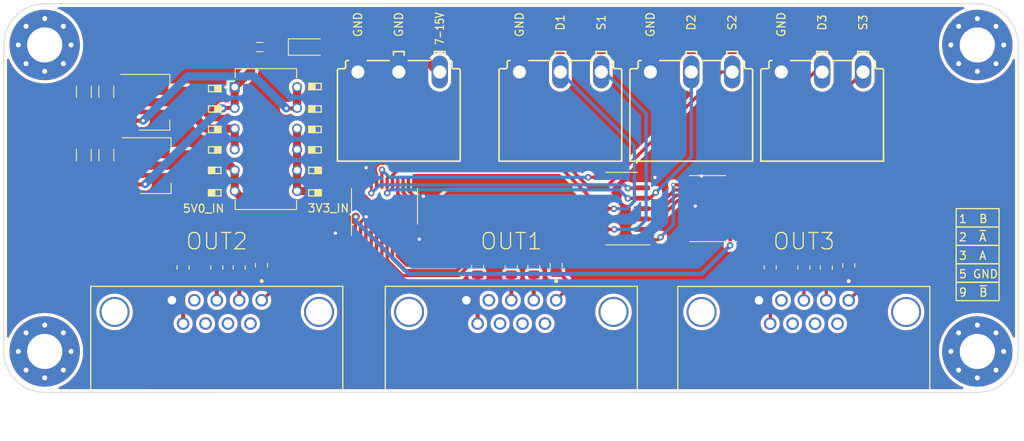
<source format=kicad_pcb>
(kicad_pcb (version 20211014) (generator pcbnew)
  (layers (0 "F.Cu" signal) (31 "B.Cu" signal) (34 "B.Paste" user) (35 "F.Paste" user) (36 "B.SilkS" user "B.Silkscreen") (37 "F.SilkS" user "F.Silkscreen") (38 "B.Mask" user) (39 "F.Mask" user) (44 "Edge.Cuts" user))
  (net 0 "")
  (net 1 "GND")
  (net 2 "VCC_FILTERED")
  (net 3 "+5V")
  (net 4 "+3V3")
  (net 5 "Net-(D1-Pad1)")
  (net 6 "VCC")
  (net 7 "B1")
  (net 8 "~{A1}")
  (net 9 "A1")
  (net 14 "~{B1}")
  (net 15 "B2")
  (net 16 "~{A2}")
  (net 17 "A2")
  (net 22 "~{B2}")
  (net 23 "B3")
  (net 24 "~{A3}")
  (net 25 "A3")
  (net 30 "~{B3}")
  (net 31 "Net-(R2-Pad2)")
  (net 32 "Net-(R3-Pad2)")
  (net 33 "Net-(R4-Pad2)")
  (net 34 "Net-(R5-Pad2)")
  (net 35 "Net-(R6-Pad2)")
  (net 36 "Net-(R7-Pad2)")
  (net 37 "Net-(R8-Pad2)")
  (net 38 "STEP1")
  (net 39 "~{STEP1}")
  (net 40 "DIR1")
  (net 41 "~{DIR1}")
  (net 42 "STEP2")
  (net 43 "~{STEP2}")
  (net 44 "DIR2")
  (net 45 "~{DIR2}")
  (net 46 "DIR3")
  (net 47 "~{DIR3}")
  (net 48 "STEP3")
  (net 49 "~{STEP3}")
  (net 50 "Net-(R1-Pad2)")
  (net 51 "Net-(R9-Pad2)")
  (net 52 "Net-(R10-Pad2)")
  (net 53 "Net-(R11-Pad2)")
  (net 54 "Net-(R12-Pad2)")
  (net 55 "U2_IN")
  (net 56 "SIG_V")
  (footprint "1825057-5:DIP762W56P254L1772H585Q12" (layer "F.Cu") (at 93.5 67)
    (fp_text reference "S1")
    (fp_text value "1825057-5")
  )
  (footprint "MountingHole:MountingHole_4.3mm_M4_Pad_Via" (layer "F.Cu") (at 180.464466 92.964466)
    (fp_text reference "H4")
    (fp_text value "MountingHole")
  )
  (footprint "Resistor_SMD:R_0805_2012Metric" (layer "F.Cu") (at 83.38 82.6925 90)
    (fp_text reference "R1")
    (fp_text value "500")
  )
  (footprint "Diode_SMD:D_SOD-123" (layer "F.Cu") (at 98.5 55.75)
    (fp_text reference "D1")
    (fp_text value "B5819W")
  )
  (footprint "Capacitor_SMD:C_1206_3216Metric" (layer "F.Cu") (at 71.24 68.955 90)
    (fp_text reference "C1")
    (fp_text value "10u")
  )
  (footprint "Resistor_SMD:R_0805_2012Metric" (layer "F.Cu") (at 128.98 82.42 90)
    (fp_text reference "R8")
    (fp_text value "500")
  )
  (footprint "Package_SO:SOIC-14_3.9x8.7mm_P1.27mm" (layer "F.Cu") (at 137 75.5 180)
    (fp_text reference "U4")
    (fp_text value "74HC04D,653")
  )
  (footprint "5747844-4:TE_Connectivity-5747844-4-0" (layer "F.Cu") (at 87.5 88.125995)
    (fp_text reference "J2")
    (fp_text value "5747844-4")
  )
  (footprint "Resistor_SMD:R_0805_2012Metric" (layer "F.Cu") (at 162 82.7075 90)
    (fp_text reference "R11")
    (fp_text value "500")
  )
  (footprint "MountingHole:MountingHole_4.3mm_M4_Pad_Via" (layer "F.Cu") (at 66.46431 92.960057)
    (fp_text reference "H1")
    (fp_text value "MountingHole")
  )
  (footprint "2092-1173:P-2092-1173" (layer "F.Cu") (at 161.5 63 -90)
    (fp_text reference "X3")
    (fp_text value "2092-1173")
  )
  (footprint "Capacitor_SMD:C_1206_3216Metric" (layer "F.Cu") (at 74 68.95 90)
    (fp_text reference "C3")
    (fp_text value "10u")
  )
  (footprint "Package_SO:TSSOP-24_4.4x7.8mm_P0.65mm" (layer "F.Cu") (at 147.5 75.5 180)
    (fp_text reference "U5")
    (fp_text value "SN74LVC8T245PWR")
  )
  (footprint "Resistor_SMD:R_0805_2012Metric" (layer "F.Cu") (at 155.15 82.69 90)
    (fp_text reference "R9")
    (fp_text value "500")
  )
  (footprint "Resistor_SMD:R_0805_2012Metric" (layer "F.Cu") (at 92.96 82.4275 90)
    (fp_text reference "R4")
    (fp_text value "500")
  )
  (footprint "MountingHole:MountingHole_4.3mm_M4_Pad_Via" (layer "F.Cu") (at 180.464466 55.5)
    (fp_text reference "H2")
    (fp_text value "MountingHole")
  )
  (footprint "Package_TO_SOT_SMD:SOT-223-3_TabPin2" (layer "F.Cu") (at 80 70.25)
    (fp_text reference "U1")
    (fp_text value "AMS1117-5.0")
  )
  (footprint "Package_TO_SOT_SMD:SOT-223-3_TabPin2" (layer "F.Cu") (at 79.85 62.5)
    (fp_text reference "U2")
    (fp_text value "AMS1117-3.3")
  )
  (footprint "2092-1173:P-2092-1173" (layer "F.Cu") (at 145.5 63 -90)
    (fp_text reference "X2")
    (fp_text value "2092-1173")
  )
  (footprint "2092-1173:P-2092-1173" (layer "F.Cu") (at 109.75 63 -90)
    (fp_text reference "X4")
    (fp_text value "2092-1173")
  )
  (footprint "Inductor_SMD:L_0805_2012Metric" (layer "F.Cu") (at 92.75 55.75)
    (fp_text reference "FB1")
    (fp_text value "100 @ 100mhz")
  )
  (footprint "Resistor_SMD:R_0805_2012Metric" (layer "F.Cu") (at 159.26 82.7075 90)
    (fp_text reference "R10")
    (fp_text value "500")
  )
  (footprint "Capacitor_SMD:C_1206_3216Metric" (layer "F.Cu") (at 71.25 61.225 90)
    (fp_text reference "C2")
    (fp_text value "10u")
  )
  (footprint "Package_SO:TSSOP-24_4.4x7.8mm_P0.65mm" (layer "F.Cu") (at 108 75.2 90)
    (fp_text reference "U3")
    (fp_text value "SN74LVC8T245PWR")
  )
  (footprint "5747844-4:TE_Connectivity-5747844-4-0" (layer "F.Cu") (at 159.26 88.138)
    (fp_text reference "J3")
    (fp_text value "5747844-4")
  )
  (footprint "Resistor_SMD:R_0805_2012Metric" (layer "F.Cu") (at 126.25 82.6575 90)
    (fp_text reference "R7")
    (fp_text value "500")
  )
  (footprint "Capacitor_SMD:C_1206_3216Metric" (layer "F.Cu") (at 73.99 61.215 90)
    (fp_text reference "C4")
    (fp_text value "10u")
  )
  (footprint "2092-1173:P-2092-1173" (layer "F.Cu") (at 129.5 63 -90)
    (fp_text reference "X1")
    (fp_text value "2092-1173")
  )
  (footprint "MountingHole:MountingHole_4.3mm_M4_Pad_Via" (layer "F.Cu") (at 66.46431 55.495591)
    (fp_text reference "H3")
    (fp_text value "MountingHole")
  )
  (footprint "Resistor_SMD:R_0805_2012Metric" (layer "F.Cu") (at 164.75 82.4375 90)
    (fp_text reference "R12")
    (fp_text value "500")
  )
  (footprint "5747844-4:TE_Connectivity-5747844-4-0" (layer "F.Cu") (at 123.5 88.125995)
    (fp_text reference "J1")
    (fp_text value "5747844-4")
  )
  (footprint "Resistor_SMD:R_0805_2012Metric" (layer "F.Cu") (at 90.24 82.6925 90)
    (fp_text reference "R3")
    (fp_text value "500")
  )
  (footprint "Resistor_SMD:R_0805_2012Metric" (layer "F.Cu") (at 123.5 82.6625 90)
    (fp_text reference "R6")
    (fp_text value "500")
  )
  (footprint "Resistor_SMD:R_0805_2012Metric" (layer "F.Cu") (at 119.38 82.6575 90)
    (fp_text reference "R5")
    (fp_text value "500")
  )
  (footprint "Resistor_SMD:R_0805_2012Metric" (layer "F.Cu") (at 87.5 82.7005 90)
    (fp_text reference "R2")
    (fp_text value "500")
  )
  (gr_rect (start 177.875 84.5) (end 183.125 86.75) (layer "F.SilkS") (width 0.15) (fill none))
  (gr_rect (start 177.875 80) (end 183.125 82.25) (layer "F.SilkS") (width 0.15) (fill none))
  (gr_rect (start 177.875 77.75) (end 183.125 80) (layer "F.SilkS") (width 0.15) (fill none))
  (gr_rect (start 177.875 82.25) (end 183.125 84.5) (layer "F.SilkS") (width 0.15) (fill none))
  (gr_rect (start 177.875 75.5) (end 183.125 77.75) (layer "F.SilkS") (width 0.15) (fill none))
  (gr_arc (start 180.464466 50.464466) (mid 184.078479 52.028501) (end 185.464466 55.714466) (layer "Edge.Cuts") (width 0.1))
  (gr_line (start 180.464466 97.964466) (end 66.46431 97.960057) (layer "Edge.Cuts") (width 0.1))
  (gr_arc (start 66.46431 97.960057) (mid 62.928776 96.495591) (end 61.46431 92.960057) (layer "Edge.Cuts") (width 0.1))
  (gr_line (start 185.464466 55.714466) (end 185.464466 92.964466) (layer "Edge.Cuts") (width 0.1))
  (gr_arc (start 185.464466 92.964466) (mid 184 96.5) (end 180.464466 97.964466) (layer "Edge.Cuts") (width 0.1))
  (gr_line (start 66.46431 50.460057) (end 180.464466 50.464466) (layer "Edge.Cuts") (width 0.1))
  (gr_arc (start 61.46431 55.710057) (mid 62.850295 52.02409) (end 66.46431 50.460057) (layer "Edge.Cuts") (width 0.1))
  (gr_line (start 61.46431 92.960057) (end 61.46431 55.710057) (layer "Edge.Cuts") (width 0.1))
  (gr_text "3  A" (at 178.125 81.25) (layer "F.SilkS") (effects (font (size 1 1)) (justify left)))
  (gr_text "S3" (at 166.5 52.75 90) (layer "F.SilkS") (effects (font (size 1 1))))
  (gr_text "◧\n" (at 87.25 70.75) (layer "F.SilkS") (effects (font (size 1 2))))
  (gr_text "GND\n" (at 104.75 53 90) (layer "F.SilkS") (effects (font (size 1 1))))
  (gr_text "GND\n" (at 140.5 53 90) (layer "F.SilkS") (effects (font (size 1 1))))
  (gr_text "◨" (at 99.5 73.5) (layer "F.SilkS") (effects (font (size 1 2))))
  (gr_text "2  ~{A}\n" (at 178.125 79) (layer "F.SilkS") (effects (font (size 1 1)) (justify left)))
  (gr_text "◧" (at 99.5 68.25) (layer "F.SilkS") (effects (font (size 1 2))))
  (gr_text "S1" (at 134.5 52.75 90) (layer "F.SilkS") (effects (font (size 1 1))))
  (gr_text "◨" (at 87.25 63.25) (layer "F.SilkS") (effects (font (size 1 2))))
  (gr_text "S2" (at 150.5 52.75 90) (layer "F.SilkS") (effects (font (size 1 1))))
  (gr_text "D1" (at 129.5 52.75 90) (layer "F.SilkS") (effects (font (size 1 1))))
  (gr_text "GND\n" (at 124.5 53 90) (layer "F.SilkS") (effects (font (size 1 1))))
  (gr_text "7-15V" (at 114.75 53.5 90) (layer "F.SilkS") (effects (font (size 1 0.8))))
  (gr_text "GND\n" (at 156.5 53 90) (layer "F.SilkS") (effects (font (size 1 1))))
  (gr_text "OUT3" (at 159.275 79.5) (layer "F.SilkS") (effects (font (size 2 2))))
  (gr_text "3V3_IN\n" (at 101.14 75.45) (layer "F.SilkS") (effects (font (size 1 1))))
  (gr_text "◨" (at 99.5 70.75) (layer "F.SilkS") (effects (font (size 1 2))))
  (gr_text "D2" (at 145.5 52.75 90) (layer "F.SilkS") (effects (font (size 1 1))))
  (gr_text "5V0_IN\n" (at 85.88 75.49) (layer "F.SilkS") (effects (font (size 1 1))))
  (gr_text "D3" (at 161.5 52.75 90) (layer "F.SilkS") (effects (font (size 1 1))))
  (gr_text "◧" (at 87.25 73.5) (layer "F.SilkS") (effects (font (size 1 2))))
  (gr_text "9  ~{B}\n" (at 178.125 85.75) (layer "F.SilkS") (effects (font (size 1 1)) (justify left)))
  (gr_text "◨" (at 87.25 68.25) (layer "F.SilkS") (effects (font (size 1 2))))
  (gr_text "◧\n" (at 99.5 65.75) (layer "F.SilkS") (effects (font (size 1 2))))
  (gr_text "◧\n" (at 99.5 63.25) (layer "F.SilkS") (effects (font (size 1 2))))
  (gr_text "5 GND\n" (at 178.125 83.5) (layer "F.SilkS") (effects (font (size 1 1)) (justify left)))
  (gr_text "OUT2" (at 87.5 79.5) (layer "F.SilkS") (effects (font (size 2 2))))
  (gr_text "◨" (at 87.25 65.75) (layer "F.SilkS") (effects (font (size 1 2))))
  (gr_text "1  B" (at 178.125 76.75) (layer "F.SilkS") (effects (font (size 1 1)) (justify left)))
  (gr_text "OUT1" (at 123.5 79.5) (layer "F.SilkS") (effects (font (size 2 2))))
  (gr_text "GND\n" (at 109.75 53 90) (layer "F.SilkS") (effects (font (size 1 1))))
  (gr_text "◧\n" (at 99.5 60.5) (layer "F.SilkS") (effects (font (size 1 2))))
  (gr_text "◨" (at 87.25 60.75) (layer "F.SilkS") (effects (font (size 1 2))))
  (segment (start 73.995 67.48) (end 74 67.475) (width 1) (layer "F.Cu") (net 1))
  (segment (start 69.140489 73.388957) (end 74.251532 78.5) (width 1) (layer "F.Cu") (net 1))
  (segment (start 74 67.475) (end 76.375 67.475) (width 1) (layer "F.Cu") (net 1))
  (segment (start 110.925 78.0625) (end 111.575 78.0625) (width 0.25) (layer "F.Cu") (net 1))
  (segment (start 127.19952 56.10048) (end 137.80048 56.10048) (width 1) (layer "F.Cu") (net 1))
  (segment (start 143.19952 56.10048) (end 153.80048 56.10048) (width 1) (layer "F.Cu") (net 1))
  (segment (start 71.24 67.48) (end 73.995 67.48) (width 1) (layer "F.Cu") (net 1))
  (segment (start 104.75 58.8) (end 109.75 58.8) (width 1) (layer "F.Cu") (net 1))
  (segment (start 73.98 59.75) (end 73.99 59.74) (width 1) (layer "F.Cu") (net 1))
  (segment (start 71.24 67.48) (end 69.140489 69.579511) (width 1) (layer "F.Cu") (net 1))
  (segment (start 141.06 71.69) (end 144.4025 71.69) (width 0.4) (layer "F.Cu") (net 1))
  (segment (start 146.325 71.925) (end 146.75 71.5) (width 0.4) (layer "F.Cu") (net 1))
  (segment (start 144.4025 71.69) (end 144.6375 71.925) (width 0.4) (layer "F.Cu") (net 1))
  (segment (start 149.22548 75.481907) (end 149.22548 72.84452) (width 0.4) (layer "F.Cu") (net 1))
  (segment (start 105.075 77.175) (end 105.75 76.5) (width 0.4) (layer "F.Cu") (net 1))
  (segment (start 124.5 58.8) (end 127.19952 56.10048) (width 1) (layer "F.Cu") (net 1))
  (segment (start 144.6375 71.925) (end 146.325 71.925) (width 0.4) (layer "F.Cu") (net 1))
  (segment (start 144.6375 75.175) (end 144.6375 77.775) (width 0.4) (layer "F.Cu") (net 1))
  (segment (start 74.251532 78.5) (end 102 78.5) (width 1) (layer "F.Cu") (net 1))
  (segment (start 140.5 58.8) (end 143.19952 56.10048) (width 1) (layer "F.Cu") (net 1))
  (segment (start 71.25 59.75) (end 73.98 59.75) (width 1) (layer "F.Cu") (net 1))
  (segment (start 105.725 70.525) (end 105.75 70.5) (width 0.4) (layer "F.Cu") (net 1))
  (segment (start 150.3625 75.825) (end 150.3625 78.425) (width 0.4) (layer "F.Cu") (net 1))
  (segment (start 149.22548 72.84452) (end 149.495 72.575) (width 0.4) (layer "F.Cu") (net 1))
  (segment (start 69.65048 65.89048) (end 69.65048 61.34952) (width 1) (layer "F.Cu") (net 1))
  (segment (start 153.80048 56.10048) (end 156.5 58.8) (width 1) (layer "F.Cu") (net 1))
  (segment (start 105.725 72.3375) (end 105.725 70.525) (width 0.4) (layer "F.Cu") (net 1))
  (segment (start 105.075 78.0625) (end 105.075 77.175) (width 0.4) (layer "F.Cu") (net 1))
  (segment (start 71.24 67.48) (end 69.65048 65.89048) (width 1) (layer "F.Cu") (net 1))
  (segment (start 69.140489 69.579511) (end 69.140489 73.388957) (width 1) (layer "F.Cu") (net 1))
  (segment (start 150.3625 72.575) (end 150.3625 71.925) (width 0.4) (layer "F.Cu") (net 1))
  (segment (start 149.495 72.575) (end 150.3625 72.575) (width 0.4) (layer "F.Cu") (net 1))
  (segment (start 150.3625 75.825) (end 149.568573 75.825) (width 0.4) (layer "F.Cu") (net 1))
  (segment (start 149.568573 75.825) (end 149.22548 75.481907) (width 0.4) (layer "F.Cu") (net 1))
  (segment (start 73.99 59.74) (end 76.24 59.74) (width 1) (layer "F.Cu") (net 1))
  (segment (start 137.80048 56.10048) (end 140.5 58.8) (width 1) (layer "F.Cu") (net 1))
  (segment (start 69.65048 61.34952) (end 71.25 59.75) (width 1) (layer "F.Cu") (net 1))
  (segment (start 76.24 59.74) (end 76.7 60.2) (width 1) (layer "F.Cu") (net 1))
  (segment (start 141.06 71.69) (end 139.475 71.69) (width 0.4) (layer "F.Cu") (net 1))
  (segment (start 76.375 67.475) (end 76.85 67.95) (width 1) (layer "F.Cu") (net 1))
  (via (at 146.75 71.5) (size 0.8) (drill 0.4) (layers "F.Cu" "B.Cu") (net 1))
  (via (at 105.75 76.5) (size 0.8) (drill 0.4) (layers "F.Cu" "B.Cu") (net 1))
  (via (at 102 78.5) (size 0.8) (drill 0.4) (layers "F.Cu" "B.Cu") (net 1))
  (via (at 112.75 74) (size 0.8) (drill 0.4) (layers "F.Cu" "B.Cu") (net 1))
  (via (at 105.75 70.5) (size 0.8) (drill 0.4) (layers "F.Cu" "B.Cu") (net 1))
  (via (at 141.06 71.69) (size 0.8) (drill 0.4) (layers "F.Cu" "B.Cu") (net 1))
  (via (at 112.25 79.25) (size 0.8) (drill 0.4) (layers "F.Cu" "B.Cu") (net 1))
  (via (at 145.99 75.19) (size 0.8) (drill 0.4) (layers "F.Cu" "B.Cu") (net 1))
  (segment (start 105.75 76.5) (end 105.75 77.28) (width 0.5) (layer "B.Cu") (net 1))
  (segment (start 104.050489 72.639511) (end 104.050489 75.48123) (width 0.5) (layer "B.Cu") (net 1))
  (segment (start 112.25 79.25) (end 112.75 78.75) (width 0.5) (layer "B.Cu") (net 1))
  (segment (start 146.75 74.43) (end 146.75 71.5) (width 0.4) (layer "B.Cu") (net 1))
  (segment (start 104.050489 72.639511) (end 104.050489 72.199511) (width 0.4) (layer "B.Cu") (net 1))
  (segment (start 111.75 79.75) (end 112.25 79.25) (width 0.5) (layer "B.Cu") (net 1))
  (segment (start 104.75 58.8) (end 102 61.55) (width 1) (layer "B.Cu") (net 1))
  (segment (start 145.99 75.19) (end 146.75 74.43) (width 0.4) (layer "B.Cu") (net 1))
  (segment (start 108.22 79.75) (end 111.75 79.75) (width 0.5) (layer "B.Cu") (net 1))
  (segment (start 105.75 76.5) (end 104.73123 75.48123) (width 0.5) (layer "B.Cu") (net 1))
  (segment (start 102 77.531719) (end 104.050489 75.48123) (width 0.5) (layer "B.Cu") (net 1))
  (segment (start 112.75 78.75) (end 112.75 74) (width 0.5) (layer "B.Cu") (net 1))
  (segment (start 141.06 71.69) (end 141.06 59.36) (width 0.4) (layer "B.Cu") (net 1))
  (segment (start 141.06 59.36) (end 140.5 58.8) (width 0.4) (layer "B.Cu") (net 1))
  (segment (start 104.73123 75.48123) (end 104.050489 75.48123) (width 0.5) (layer "B.Cu") (net 1))
  (segment (start 104.050489 72.199511) (end 105.75 70.5) (width 0.4) (layer "B.Cu") (net 1))
  (segment (start 102 61.55) (end 102 78.5) (width 1) (layer "B.Cu") (net 1))
  (segment (start 105.75 77.28) (end 108.22 79.75) (width 0.5) (layer "B.Cu") (net 1))
  (segment (start 102 78.5) (end 102 77.531719) (width 0.5) (layer "B.Cu") (net 1))
  (segment (start 73.36 72.55) (end 76.85 72.55) (width 1) (layer "F.Cu") (net 2))
  (segment (start 89.69 63.19) (end 88.31 63.19) (width 0.5) (layer "F.Cu") (net 2))
  (segment (start 88.31 63.19) (end 88.25 63.25) (width 0.5) (layer "F.Cu") (net 2))
  (segment (start 78.7 72.55) (end 78.75 72.5) (width 0.5) (layer "F.Cu") (net 2))
  (segment (start 89.69 63.19) (end 89.69 60.65) (width 1) (layer "F.Cu") (net 2))
  (segment (start 91.6875 58.6525) (end 89.69 60.65) (width 1) (layer "F.Cu") (net 2))
  (segment (start 91.6875 55.75) (end 91.6875 58.6525) (width 1) (layer "F.Cu") (net 2))
  (segment (start 76.85 72.55) (end 78.7 72.55) (width 0.5) (layer "F.Cu") (net 2))
  (segment (start 71.24 70.43) (end 73.36 72.55) (width 1) (layer "F.Cu") (net 2))
  (via (at 78.75 72.5) (size 0.8) (drill 0.4) (layers "F.Cu" "B.Cu") (net 2))
  (via (at 88.25 63.25) (size 0.8) (drill 0.4) (layers "F.Cu" "B.Cu") (net 2))
  (segment (start 88 63.25) (end 88.25 63.25) (width 1) (layer "B.Cu") (net 2))
  (segment (start 78.75 72.5) (end 88 63.25) (width 1) (layer "B.Cu") (net 2))
  (segment (start 89.69 73.35) (end 89.69 70.81) (width 1) (layer "F.Cu") (net 3))
  (segment (start 104.425 76.575) (end 104.5 76.5) (width 0.4) (layer "F.Cu") (net 3))
  (segment (start 76.675 70.425) (end 76.85 70.25) (width 1) (layer "F.Cu") (net 3))
  (segment (start 89.69 73.35) (end 93.18 76.84) (width 1) (layer "F.Cu") (net 3))
  (segment (start 150.25 80) (end 150.25 79.1875) (width 0.4) (layer "F.Cu") (net 3))
  (segment (start 89.13 70.25) (end 83.15 70.25) (width 1) (layer "F.Cu") (net 3))
  (segment (start 104.137886 76.84) (end 104.488943 76.488943) (width 1) (layer "F.Cu") (net 3))
  (segment (start 150.25 79.1875) (end 150.3625 79.075) (width 0.4) (layer "F.Cu") (net 3))
  (segment (start 74 70.425) (end 76.675 70.425) (width 1) (layer "F.Cu") (net 3))
  (segment (start 76.85 70.25) (end 83.15 70.25) (width 1) (layer "F.Cu") (net 3))
  (segment (start 93.18 76.84) (end 104.137886 76.84) (width 1) (layer "F.Cu") (net 3))
  (segment (start 89.13 70.25) (end 89.69 70.81) (width 1) (layer "F.Cu") (net 3))
  (segment (start 104.425 78.0625) (end 104.425 76.575) (width 0.4) (layer "F.Cu") (net 3))
  (via (at 104.5 76.5) (size 0.8) (drill 0.4) (layers "F.Cu" "B.Cu") (net 3))
  (via (at 150.25 80) (size 0.8) (drill 0.4) (layers "F.Cu" "B.Cu") (net 3))
  (segment (start 110.960241 83.479511) (end 146.770489 83.479511) (width 0.5) (layer "B.Cu") (net 3))
  (segment (start 104.5 77.01927) (end 104.5 76.5) (width 0.5) (layer "B.Cu") (net 3))
  (segment (start 110.960241 83.479511) (end 104.5 77.01927) (width 0.5) (layer "B.Cu") (net 3))
  (segment (start 150.25 80) (end 146.770489 83.479511) (width 0.5) (layer "B.Cu") (net 3))
  (segment (start 73.99 62.69) (end 76.51 62.69) (width 1) (layer "F.Cu") (net 4))
  (segment (start 76.51 62.69) (end 76.7 62.5) (width 1) (layer "F.Cu") (net 4))
  (segment (start 86.23 65.73) (end 83 62.5) (width 1) (layer "F.Cu") (net 4))
  (segment (start 76.7 62.5) (end 83 62.5) (width 1) (layer "F.Cu") (net 4))
  (segment (start 89.69 65.73) (end 86.23 65.73) (width 1) (layer "F.Cu") (net 4))
  (segment (start 89.69 68.27) (end 89.69 65.73) (width 1) (layer "F.Cu") (net 4))
  (segment (start 96.85 55.75) (end 93.8125 55.75) (width 1) (layer "F.Cu") (net 5))
  (segment (start 114.5 58.8) (end 111.45 55.75) (width 1) (layer "F.Cu") (net 6))
  (segment (start 114.75 58.8) (end 114.5 58.8) (width 1) (layer "F.Cu") (net 6))
  (segment (start 111.45 55.75) (end 100.15 55.75) (width 1) (layer "F.Cu") (net 6))
  (segment (start 130.25 85.392) (end 128.9964 86.6456) (width 0.4) (layer "F.Cu") (net 7))
  (segment (start 130.25 84.25) (end 130.25 85.392) (width 0.4) (layer "F.Cu") (net 7))
  (segment (start 129.28 83.28) (end 130.25 84.25) (width 0.4) (layer "F.Cu") (net 7))
  (segment (start 126.2432 86.703595) (end 126.2432 83.5768) (width 0.5) (layer "F.Cu") (net 8))
  (segment (start 123.5 86.703595) (end 123.5 83.575) (width 0.5) (layer "F.Cu") (net 9))
  (segment (start 119.3852 83.5752) (end 119.3852 89.548395) (width 0.5) (layer "F.Cu") (net 14))
  (segment (start 94.25 84.358) (end 94.25 85.5) (width 0.4) (layer "F.Cu") (net 15))
  (segment (start 94.25 85.5) (end 92.9964 86.7536) (width 0.4) (layer "F.Cu") (net 15))
  (segment (start 93.232 83.34) (end 94.25 84.358) (width 0.4) (layer "F.Cu") (net 15))
  (segment (start 90.2432 86.703595) (end 90.2432 83.6082) (width 0.5) (layer "F.Cu") (net 16))
  (segment (start 90.2432 83.6082) (end 90.24 83.605) (width 0.5) (layer "F.Cu") (net 16))
  (segment (start 87.5 86.703595) (end 87.5 83.613) (width 0.5) (layer "F.Cu") (net 17))
  (segment (start 83.3852 89.548395) (end 83.3852 83.6102) (width 0.5) (layer "F.Cu") (net 22))
  (segment (start 166 84.32) (end 166 85.462) (width 0.4) (layer "F.Cu") (net 23))
  (segment (start 166 85.462) (end 164.7464 86.7156) (width 0.4) (layer "F.Cu") (net 23))
  (segment (start 165.03 83.35) (end 166 84.32) (width 0.4) (layer "F.Cu") (net 23))
  (segment (start 162.0032 86.7156) (end 162.0032 83.8332) (width 0.4) (layer "F.Cu") (net 24))
  (segment (start 159.26 86.7156) (end 159.26 83.62) (width 0.4) (layer "F.Cu") (net 25))
  (segment (start 155.18 89.43) (end 155.18 83.6325) (width 0.4) (layer "F.Cu") (net 30))
  (segment (start 155.1452 89.4648) (end 155.18 89.43) (width 0.4) (layer "F.Cu") (net 30))
  (segment (start 155.1452 89.5604) (end 155.1452 89.4648) (width 0.4) (layer "F.Cu") (net 30))
  (segment (start 105.35119 82.30096) (end 95.44166 82.30096) (width 0.4) (layer "F.Cu") (net 31))
  (segment (start 89.79952 80.00048) (end 88.012 81.788) (width 0.4) (layer "F.Cu") (net 31))
  (segment (start 94.77035 81.62965) (end 94.77035 80.522501) (width 0.4) (layer "F.Cu") (net 31))
  (segment (start 106.375 78.0625) (end 106.375 81.27715) (width 0.4) (layer "F.Cu") (net 31))
  (segment (start 94.248329 80.00048) (end 89.79952 80.00048) (width 0.4) (layer "F.Cu") (net 31))
  (segment (start 106.375 81.27715) (end 105.35119 82.30096) (width 0.4) (layer "F.Cu") (net 31))
  (segment (start 88.012 81.788) (end 87.5 81.788) (width 0.4) (layer "F.Cu") (net 31))
  (segment (start 94.77035 80.522501) (end 94.248329 80.00048) (width 0.4) (layer "F.Cu") (net 31))
  (segment (start 95.44166 82.30096) (end 94.77035 81.62965) (width 0.4) (layer "F.Cu") (net 31))
  (segment (start 94.146425 80.746425) (end 94 80.6) (width 0.4) (layer "F.Cu") (net 32))
  (segment (start 107.025 78.0625) (end 107.025 81.475) (width 0.4) (layer "F.Cu") (net 32))
  (segment (start 105.59952 82.90048) (end 95.19333 82.90048) (width 0.4) (layer "F.Cu") (net 32))
  (segment (start 94.146425 81.853575) (end 94.146425 80.746425) (width 0.4) (layer "F.Cu") (net 32))
  (segment (start 91.42 80.6) (end 90.24 81.78) (width 0.4) (layer "F.Cu") (net 32))
  (segment (start 94 80.6) (end 91.42 80.6) (width 0.4) (layer "F.Cu") (net 32))
  (segment (start 95.19333 82.90048) (end 94.146425 81.853575) (width 0.4) (layer "F.Cu") (net 32))
  (segment (start 107.025 81.475) (end 105.59952 82.90048) (width 0.4) (layer "F.Cu") (net 32))
  (segment (start 107.675 81.825) (end 106 83.5) (width 0.4) (layer "F.Cu") (net 33))
  (segment (start 94.945 83.5) (end 92.96 81.515) (width 0.4) (layer "F.Cu") (net 33))
  (segment (start 106 83.5) (end 94.945 83.5) (width 0.4) (layer "F.Cu") (net 33))
  (segment (start 107.675 78.0625) (end 107.675 81.825) (width 0.4) (layer "F.Cu") (net 33))
  (segment (start 108.325 81.805) (end 108.325 78.0625) (width 0.4) (layer "F.Cu") (net 34))
  (segment (start 110.2 83.68) (end 108.325 81.805) (width 0.4) (layer "F.Cu") (net 34))
  (segment (start 117.1 83.68) (end 110.2 83.68) (width 0.4) (layer "F.Cu") (net 34))
  (segment (start 119.035 81.745) (end 117.1 83.68) (width 0.4) (layer "F.Cu") (net 34))
  (segment (start 110.44833 83.08048) (end 116.85167 83.08048) (width 0.4) (layer "F.Cu") (net 35))
  (segment (start 108.975 78.0625) (end 108.975 81.565) (width 0.4) (layer "F.Cu") (net 35))
  (segment (start 116.85167 83.08048) (end 118.22 81.71215) (width 0.4) (layer "F.Cu") (net 35))
  (segment (start 122.39 80.64) (end 123.5 81.75) (width 0.4) (layer "F.Cu") (net 35))
  (segment (start 118.22 81.71215) (end 118.22 80.64) (width 0.4) (layer "F.Cu") (net 35))
  (segment (start 108.975 81.565) (end 108.953925 81.586075) (width 0.4) (layer "F.Cu") (net 35))
  (segment (start 108.953925 81.586075) (end 110.44833 83.08048) (width 0.4) (layer "F.Cu") (net 35))
  (segment (start 118.22 80.64) (end 122.39 80.64) (width 0.4) (layer "F.Cu") (net 35))
  (segment (start 109.57452 81.29) (end 110.70452 82.42) (width 0.4) (layer "F.Cu") (net 36))
  (segment (start 110.70452 82.42) (end 116.6643 82.42) (width 0.4) (layer "F.Cu") (net 36))
  (segment (start 117.61715 81.46715) (end 117.61715 80.395001) (width 0.4) (layer "F.Cu") (net 36))
  (segment (start 109.625 78.0625) (end 109.57452 78.11298) (width 0.4) (layer "F.Cu") (net 36))
  (segment (start 109.57452 78.11298) (end 109.57452 81.29) (width 0.4) (layer "F.Cu") (net 36))
  (segment (start 124.38048 80.04048) (end 126.085 81.745) (width 0.4) (layer "F.Cu") (net 36))
  (segment (start 117.971671 80.04048) (end 124.38048 80.04048) (width 0.4) (layer "F.Cu") (net 36))
  (segment (start 116.6643 82.42) (end 117.61715 81.46715) (width 0.4) (layer "F.Cu") (net 36))
  (segment (start 117.61715 80.395001) (end 117.971671 80.04048) (width 0.4) (layer "F.Cu") (net 36))
  (segment (start 110.275 81.065) (end 111.03048 81.82048) (width 0.4) (layer "F.Cu") (net 37))
  (segment (start 117.013225 80.043225) (end 117.61549 79.44096) (width 0.4) (layer "F.Cu") (net 37))
  (segment (start 126.91346 79.44096) (end 128.98 81.5075) (width 0.4) (layer "F.Cu") (net 37))
  (segment (start 117.61549 79.44096) (end 126.91346 79.44096) (width 0.4) (layer "F.Cu") (net 37))
  (segment (start 110.275 78.0625) (end 110.275 81.065) (width 0.4) (layer "F.Cu") (net 37))
  (segment (start 111.03048 81.82048) (end 116.41597 81.82048) (width 0.4) (layer "F.Cu") (net 37))
  (segment (start 117.013225 81.223225) (end 117.013225 80.043225) (width 0.4) (layer "F.Cu") (net 37))
  (segment (start 116.41597 81.82048) (end 117.013225 81.223225) (width 0.4) (layer "F.Cu") (net 37))
  (segment (start 115.231449 75.998551) (end 116.41048 74.81952) (width 0.4) (layer "F.Cu") (net 38))
  (segment (start 109.625 72.3375) (end 109.625 73.701379) (width 0.4) (layer "F.Cu") (net 38))
  (segment (start 116.41048 74.81952) (end 130.09952 74.81952) (width 0.4) (layer "F.Cu") (net 38))
  (segment (start 130.09952 74.81952) (end 133.32 78.04) (width 0.4) (layer "F.Cu") (net 38))
  (segment (start 134.525 78.04) (end 136.07 78.04) (width 0.4) (layer "F.Cu") (net 38))
  (segment (start 133.32 78.04) (end 134.525 78.04) (width 0.4) (layer "F.Cu") (net 38))
  (segment (start 111.922173 75.998551) (end 115.231449 75.998551) (width 0.4) (layer "F.Cu") (net 38))
  (segment (start 109.625 73.701379) (end 111.922173 75.998551) (width 0.4) (layer "F.Cu") (net 38))
  (via (at 136.07 78.04) (size 0.8) (drill 0.4) (layers "F.Cu" "B.Cu") (net 38))
  (segment (start 139.97548 63.86) (end 134.91548 58.8) (width 0.4) (layer "B.Cu") (net 38))
  (segment (start 134.91548 58.8) (end 134.5 58.8) (width 0.4) (layer "B.Cu") (net 38))
  (segment (start 139.97548 76.85452) (end 139.97548 63.86) (width 0.4) (layer "B.Cu") (net 38))
  (segment (start 136.07 78.04) (end 138.79 78.04) (width 0.4) (layer "B.Cu") (net 38))
  (segment (start 138.79 78.04) (end 139.97548 76.85452) (width 0.4) (layer "B.Cu") (net 38))
  (segment (start 114.960969 75.399031) (end 116.14 74.22) (width 0.4) (layer "F.Cu") (net 39))
  (segment (start 110.275 73.50353) (end 112.170502 75.399031) (width 0.4) (layer "F.Cu") (net 39))
  (segment (start 132.99 76.77) (end 134.525 76.77) (width 0.4) (layer "F.Cu") (net 39))
  (segment (start 116.14 74.22) (end 130.44 74.22) (width 0.4) (layer "F.Cu") (net 39))
  (segment (start 112.170502 75.399031) (end 114.960969 75.399031) (width 0.4) (layer "F.Cu") (net 39))
  (segment (start 130.44 74.22) (end 132.99 76.77) (width 0.4) (layer "F.Cu") (net 39))
  (segment (start 110.275 72.3375) (end 110.275 73.50353) (width 0.4) (layer "F.Cu") (net 39))
  (segment (start 114.520489 74.799511) (end 115.72 73.6) (width 0.4) (layer "F.Cu") (net 40))
  (segment (start 134.525 75.5) (end 136.03 75.5) (width 0.4) (layer "F.Cu") (net 40))
  (segment (start 112.418831 74.799511) (end 114.520489 74.799511) (width 0.4) (layer "F.Cu") (net 40))
  (segment (start 110.925 72.3375) (end 110.925 73.30568) (width 0.4) (layer "F.Cu") (net 40))
  (segment (start 110.925 73.30568) (end 112.418831 74.799511) (width 0.4) (layer "F.Cu") (net 40))
  (segment (start 115.72 73.6) (end 130.98 73.6) (width 0.4) (layer "F.Cu") (net 40))
  (segment (start 136.03 75.5) (end 136.05 75.52) (width 0.4) (layer "F.Cu") (net 40))
  (segment (start 130.98 73.6) (end 132.88 75.5) (width 0.4) (layer "F.Cu") (net 40))
  (segment (start 132.88 75.5) (end 134.525 75.5) (width 0.4) (layer "F.Cu") (net 40))
  (via (at 136.05 75.52) (size 0.8) (drill 0.4) (layers "F.Cu" "B.Cu") (net 40))
  (segment (start 136.05 75.52) (end 137.61068 75.52) (width 0.4) (layer "B.Cu") (net 40))
  (segment (start 138.549511 67.849511) (end 129.5 58.8) (width 0.4) (layer "B.Cu") (net 40))
  (segment (start 137.61068 75.52) (end 138.549511 74.581169) (width 0.4) (layer "B.Cu") (net 40))
  (segment (start 138.549511 74.581169) (end 138.549511 67.849511) (width 0.4) (layer "B.Cu") (net 40))
  (segment (start 133.26 74.23) (end 129.7 70.67) (width 0.4) (layer "F.Cu") (net 41))
  (segment (start 129.7 70.67) (end 109.747613 70.67) (width 0.4) (layer "F.Cu") (net 41))
  (segment (start 109.747613 70.67) (end 108.975 71.442613) (width 0.4) (layer "F.Cu") (net 41))
  (segment (start 134.525 74.23) (end 133.26 74.23) (width 0.4) (layer "F.Cu") (net 41))
  (segment (start 108.975 71.442613) (end 108.975 72.3375) (width 0.4) (layer "F.Cu") (net 41))
  (segment (start 133.05932 72.96) (end 134.525 72.96) (width 0.4) (layer "F.Cu") (net 42))
  (segment (start 134.525 72.96) (end 135.007138 72.96) (width 0.4) (layer "F.Cu") (net 42))
  (segment (start 135.007138 72.96) (end 149.167138 58.8) (width 0.4) (layer "F.Cu") (net 42))
  (segment (start 130.04932 69.95) (end 133.05932 72.96) (width 0.4) (layer "F.Cu") (net 42))
  (segment (start 149.167138 58.8) (end 150.5 58.8) (width 0.4) (layer "F.Cu") (net 42))
  (segment (start 107.025 71.22568) (end 106.880489 71.081169) (width 0.4) (layer "F.Cu") (net 42))
  (segment (start 106.880489 71.081169) (end 106.880489 70.418831) (width 0.4) (layer "F.Cu") (net 42))
  (segment (start 107.025 72.3375) (end 107.025 71.22568) (width 0.4) (layer "F.Cu") (net 42))
  (segment (start 106.880489 70.418831) (end 107.34932 69.95) (width 0.4) (layer "F.Cu") (net 42))
  (segment (start 107.34932 69.95) (end 130.04932 69.95) (width 0.4) (layer "F.Cu") (net 42))
  (segment (start 132.9 71.67) (end 134.505 71.67) (width 0.4) (layer "F.Cu") (net 43))
  (segment (start 107.675 70.755) (end 107.68 70.75) (width 0.4) (layer "F.Cu") (net 43))
  (segment (start 134.505 71.67) (end 134.525 71.69) (width 0.4) (layer "F.Cu") (net 43))
  (segment (start 107.675 72.3375) (end 107.675 70.755) (width 0.4) (layer "F.Cu") (net 43))
  (via (at 132.9 71.67) (size 0.8) (drill 0.4) (layers "F.Cu" "B.Cu") (net 43))
  (via (at 107.68 70.75) (size 0.8) (drill 0.4) (layers "F.Cu" "B.Cu") (net 43))
  (segment (start 108.6 71.67) (end 132.9 71.67) (width 0.4) (layer "B.Cu") (net 43))
  (segment (start 107.68 70.75) (end 108.6 71.67) (width 0.4) (layer "B.Cu") (net 43))
  (segment (start 108.325 72.3375) (end 108.325 73.595) (width 0.25) (layer "F.Cu") (net 44))
  (segment (start 139.475 74.23) (end 140.46 74.23) (width 0.4) (layer "F.Cu") (net 44))
  (segment (start 108.325 73.595) (end 108.33 73.6) (width 0.25) (layer "F.Cu") (net 44))
  (segment (start 137.75 74.25) (end 139.455 74.25) (width 0.4) (layer "F.Cu") (net 44))
  (segment (start 140.46 74.23) (end 141.15 73.54) (width 0.4) (layer "F.Cu") (net 44))
  (via (at 137.75 74.25) (size 0.8) (drill 0.4) (layers "F.Cu" "B.Cu") (net 44))
  (via (at 108.33 73.6) (size 0.8) (drill 0.4) (layers "F.Cu" "B.Cu") (net 44))
  (via (at 141.15 73.54) (size 0.8) (drill 0.4) (layers "F.Cu" "B.Cu") (net 44))
  (segment (start 108.729511 73.200489) (end 108.33 73.6) (width 0.4) (layer "B.Cu") (net 44))
  (segment (start 145.5 69.19) (end 145.5 58.8) (width 0.4) (layer "B.Cu") (net 44))
  (segment (start 141.15 73.54) (end 145.5 69.19) (width 0.4) (layer "B.Cu") (net 44))
  (segment (start 137.75 74.25) (end 136.700489 73.200489) (width 0.4) (layer "B.Cu") (net 44))
  (segment (start 136.700489 73.200489) (end 108.729511 73.200489) (width 0.4) (layer "B.Cu") (net 44))
  (segment (start 106.375 73.595) (end 106.39 73.61) (width 0.25) (layer "F.Cu") (net 45))
  (segment (start 137.75 73) (end 139.435 73) (width 0.4) (layer "F.Cu") (net 45))
  (segment (start 106.375 72.3375) (end 106.375 73.595) (width 0.25) (layer "F.Cu") (net 45))
  (via (at 137.75 73) (size 0.8) (drill 0.4) (layers "F.Cu" "B.Cu") (net 45))
  (via (at 106.39 73.61) (size 0.8) (drill 0.4) (layers "F.Cu" "B.Cu") (net 45))
  (segment (start 107.41 72.59) (end 137.34 72.59) (width 0.4) (layer "B.Cu") (net 45))
  (segment (start 137.34 72.59) (end 137.75 73) (width 0.4) (layer "B.Cu") (net 45))
  (segment (start 106.39 73.61) (end 107.41 72.59) (width 0.4) (layer "B.Cu") (net 45))
  (segment (start 141.44 79.31) (end 141.75 79) (width 0.4) (layer "F.Cu") (net 46))
  (segment (start 160.58068 58.8) (end 146.80568 72.575) (width 0.4) (layer "F.Cu") (net 46))
  (segment (start 161.5 58.8) (end 160.58068 58.8) (width 0.4) (layer "F.Cu") (net 46))
  (segment (start 143.3 72.59) (end 144.6225 72.59) (width 0.4) (layer "F.Cu") (net 46))
  (segment (start 139.475 79.31) (end 141.44 79.31) (width 0.4) (layer "F.Cu") (net 46))
  (segment (start 146.80568 72.575) (end 144.6375 72.575) (width 0.4) (layer "F.Cu") (net 46))
  (via (at 143.3 72.59) (size 0.5) (drill 0.3) (layers "F.Cu" "B.Cu") (net 46))
  (via (at 141.75 79) (size 0.8) (drill 0.4) (layers "F.Cu" "B.Cu") (net 46))
  (segment (start 143.3 77.43) (end 143.31 77.44) (width 0.4) (layer "B.Cu") (net 46))
  (segment (start 143.3 72.59) (end 143.3 77.43) (width 0.4) (layer "B.Cu") (net 46))
  (segment (start 143.31 77.44) (end 141.75 79) (width 0.4) (layer "B.Cu") (net 46))
  (segment (start 140.328573 78.04) (end 143.843573 74.525) (width 0.4) (layer "F.Cu") (net 47))
  (segment (start 139.475 78.04) (end 140.328573 78.04) (width 0.4) (layer "F.Cu") (net 47))
  (segment (start 143.843573 74.525) (end 144.6375 74.525) (width 0.4) (layer "F.Cu") (net 47))
  (segment (start 158.72853 61.5) (end 163.8 61.5) (width 0.4) (layer "F.Cu") (net 48))
  (segment (start 146.353529 73.875) (end 149.864265 70.364265) (width 0.4) (layer "F.Cu") (net 48))
  (segment (start 163.8 61.5) (end 166.5 58.8) (width 0.4) (layer "F.Cu") (net 48))
  (segment (start 144.6375 73.875) (end 146.353529 73.875) (width 0.4) (layer "F.Cu") (net 48))
  (segment (start 143.645723 73.875) (end 144.6375 73.875) (width 0.4) (layer "F.Cu") (net 48))
  (segment (start 140.750723 76.77) (end 143.645723 73.875) (width 0.4) (layer "F.Cu") (net 48))
  (segment (start 139.475 76.77) (end 140.750723 76.77) (width 0.4) (layer "F.Cu") (net 48))
  (segment (start 149.864265 70.364265) (end 158.72853 61.5) (width 0.4) (layer "F.Cu") (net 48))
  (segment (start 141.172873 75.5) (end 143.447873 73.225) (width 0.4) (layer "F.Cu") (net 49))
  (segment (start 139.475 75.5) (end 141.172873 75.5) (width 0.4) (layer "F.Cu") (net 49))
  (segment (start 143.447873 73.225) (end 144.6375 73.225) (width 0.4) (layer "F.Cu") (net 49))
  (segment (start 105.725 80.875) (end 104.89856 81.70144) (width 0.4) (layer "F.Cu") (net 50))
  (segment (start 95.4 81.4) (end 95.4 80.304301) (width 0.4) (layer "F.Cu") (net 50))
  (segment (start 95.70144 81.70144) (end 95.4 81.4) (width 0.4) (layer "F.Cu") (net 50))
  (segment (start 95.4 80.304301) (end 94.495699 79.4) (width 0.4) (layer "F.Cu") (net 50))
  (segment (start 85.76 79.4) (end 83.38 81.78) (width 0.4) (layer "F.Cu") (net 50))
  (segment (start 105.725 78.0625) (end 105.725 80.875) (width 0.4) (layer "F.Cu") (net 50))
  (segment (start 104.89856 81.70144) (end 95.70144 81.70144) (width 0.4) (layer "F.Cu") (net 50))
  (segment (start 94.495699 79.4) (end 85.76 79.4) (width 0.4) (layer "F.Cu") (net 50))
  (segment (start 157.0225 81.7775) (end 155.15 81.7775) (width 0.4) (layer "F.Cu") (net 51))
  (segment (start 150.41298 75.12452) (end 153.92452 75.12452) (width 0.4) (layer "F.Cu") (net 51))
  (segment (start 158.2 79.4) (end 158.2 80.6) (width 0.4) (layer "F.Cu") (net 51))
  (segment (start 158.2 80.6) (end 157.0225 81.7775) (width 0.4) (layer "F.Cu") (net 51))
  (segment (start 150.3625 75.175) (end 150.41298 75.12452) (width 0.4) (layer "F.Cu") (net 51))
  (segment (start 153.92452 75.12452) (end 158.2 79.4) (width 0.4) (layer "F.Cu") (net 51))
  (segment (start 154.325 74.525) (end 159.26 79.46) (width 0.4) (layer "F.Cu") (net 52))
  (segment (start 159.26 79.46) (end 159.26 81.795) (width 0.4) (layer "F.Cu") (net 52))
  (segment (start 150.3625 74.525) (end 154.325 74.525) (width 0.4) (layer "F.Cu") (net 52))
  (segment (start 150.41298 73.92548) (end 154.57333 73.92548) (width 0.4) (layer "F.Cu") (net 53))
  (segment (start 154.57333 73.92548) (end 162 81.35215) (width 0.4) (layer "F.Cu") (net 53))
  (segment (start 150.3625 73.875) (end 150.41298 73.92548) (width 0.4) (layer "F.Cu") (net 53))
  (segment (start 162 81.35215) (end 162 81.795) (width 0.4) (layer "F.Cu") (net 53))
  (segment (start 150.3625 73.225) (end 154.7207 73.225) (width 0.4) (layer "F.Cu") (net 54))
  (segment (start 163.77715 80.55215) (end 164.75 81.525) (width 0.4) (layer "F.Cu") (net 54))
  (segment (start 154.7207 73.225) (end 162.04785 80.55215) (width 0.4) (layer "F.Cu") (net 54))
  (segment (start 162.04785 80.55215) (end 163.77715 80.55215) (width 0.4) (layer "F.Cu") (net 54))
  (segment (start 97.31 63.19) (end 97.31 60.65) (width 1) (layer "F.Cu") (net 55))
  (segment (start 71.25 62.7) (end 73.35 64.8) (width 1) (layer "F.Cu") (net 55))
  (segment (start 78.5 64.75) (end 76.75 64.75) (width 0.5) (layer "F.Cu") (net 55))
  (segment (start 97.25 63.25) (end 97.31 63.19) (width 0.5) (layer "F.Cu") (net 55))
  (segment (start 73.35 64.8) (end 76.7 64.8) (width 1) (layer "F.Cu") (net 55))
  (segment (start 96 63.25) (end 97.25 63.25) (width 0.5) (layer "F.Cu") (net 55))
  (via (at 78.5 64.75) (size 0.8) (drill 0.4) (layers "F.Cu" "B.Cu") (net 55))
  (via (at 96 63.25) (size 0.8) (drill 0.4) (layers "F.Cu" "B.Cu") (net 55))
  (segment (start 83.909511 59.340489) (end 92.090489 59.340489) (width 1) (layer "B.Cu") (net 55))
  (segment (start 92.090489 59.340489) (end 96 63.25) (width 1) (layer "B.Cu") (net 55))
  (segment (start 78.5 64.75) (end 83.909511 59.340489) (width 1) (layer "B.Cu") (net 55))
  (segment (start 144.6375 79.075) (end 144.6375 79.4325) (width 0.4) (layer "F.Cu") (net 56))
  (segment (start 133.71 79.31) (end 134.525 79.31) (width 0.4) (layer "F.Cu") (net 56))
  (segment (start 103.73 73.35) (end 104.7425 72.3375) (width 1) (layer "F.Cu") (net 56))
  (segment (start 129.82 75.42) (end 133.71 79.31) (width 0.4) (layer "F.Cu") (net 56))
  (segment (start 97.31 73.35) (end 103.73 73.35) (width 1) (layer "F.Cu") (net 56))
  (segment (start 135.455 80.24) (end 134.525 79.31) (width 0.4) (layer "F.Cu") (net 56))
  (segment (start 103.73 73.35) (end 104.99932 73.35) (width 0.4) (layer "F.Cu") (net 56))
  (segment (start 115.541929 76.598071) (end 116.72 75.42) (width 0.4) (layer "F.Cu") (net 56))
  (segment (start 143.83 80.24) (end 135.455 80.24) (width 0.4) (layer "F.Cu") (net 56))
  (segment (start 97.31 73.35) (end 97.31 65.73) (width 1) (layer "F.Cu") (net 56))
  (segment (start 144.6375 79.4325) (end 143.83 80.24) (width 0.4) (layer "F.Cu") (net 56))
  (segment (start 144.6375 78.425) (end 144.6375 79.075) (width 0.4) (layer "F.Cu") (net 56))
  (segment (start 108.247391 76.598071) (end 115.541929 76.598071) (width 0.4) (layer "F.Cu") (net 56))
  (segment (start 104.99932 73.35) (end 108.247391 76.598071) (width 0.4) (layer "F.Cu") (net 56))
  (segment (start 116.72 75.42) (end 129.82 75.42) (width 0.4) (layer "F.Cu") (net 56))
  (zone (net 1) (net_name "GND") (layers F&B.Cu) (connect_pads yes (clearance 0.4)) (min_thickness 0.254) (fill yes (thermal_gap 0.508) (thermal_bridge_width 0.508))
    (polygon (pts (xy 186.18 98.5) (xy 61 98.5) (xy 61 50) (xy 186.18 50)))
  )
)
</source>
